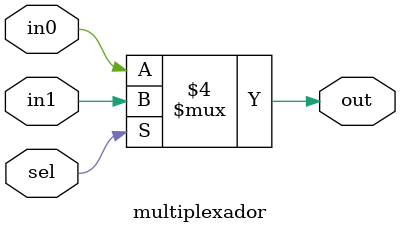
<source format=v>
`timescale 1ns / 1ps
module multiplexador(
	 sel,
	 in0,
	 in1, 
	 out
    );
	 
	 input sel; 
	 input  in0;
	 input  in1; 
	 output reg  out; 
	 
	 always @(sel, in0, in1) begin
		if (sel == 0) begin
			out <= in0; 
		end else begin 
			out <= in1; 
	 end 
	 end
endmodule

</source>
